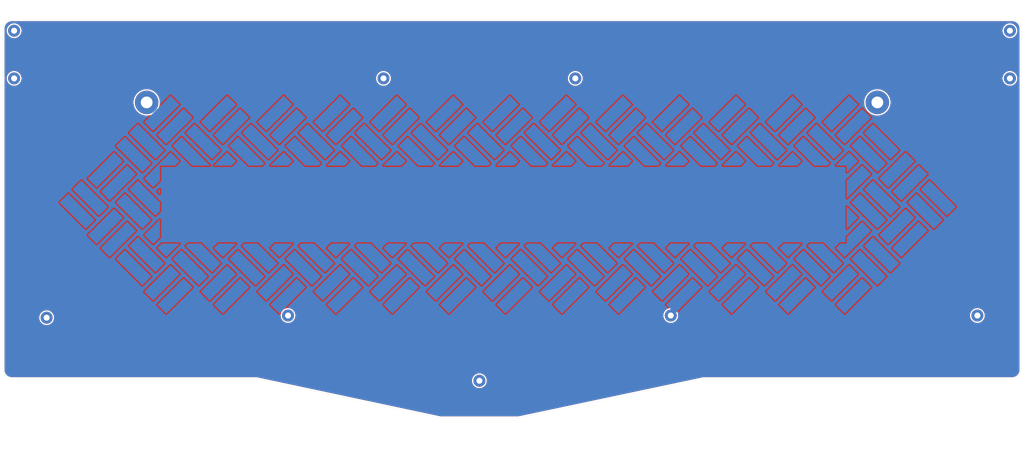
<source format=kicad_pcb>
(kicad_pcb (version 20171130) (host pcbnew 5.1.7-a382d34a8~88~ubuntu20.04.1)
  (layers (0 F.Cu signal) (31 B.Cu signal) (34 B.Paste user) (35 F.Paste user) (36 B.SilkS user) (37 F.SilkS user) (38 B.Mask user) (39 F.Mask user) (44 Edge.Cuts user))
  (net 0 "")
  (module basketweave_bottom:logo_bottom (layer B.Cu) (at 205.58125 140.49375 180)
    (fp_text reference G*** hide)
    (fp_text value LOGO hide)
  )
  (module MountingHole:MountingHole_2.2mm_M2_Pad (layer F.Cu) (at 378.61875 180.975)
    (fp_text reference H9 hide)
    (fp_text value MountingHole)
    (pad 1 thru_hole circle (at 0 0) (size 4.4 4.4) (drill 2.2) (layers *.Cu *.Mask))
  )
  (module MountingHole:MountingHole_2.2mm_M2_Pad (layer F.Cu) (at 27.02125 77.02375)
    (fp_text reference H1 hide)
    (fp_text value MountingHole)
    (pad 1 thru_hole circle (at 0 0) (size 4.4 4.4) (drill 2.2) (layers *.Cu *.Mask))
  )
  (module MountingHole:MountingHole_4.3mm_M4_Pad (layer F.Cu) (at 75.40625 103.1875)
    (fp_text reference REF** hide)
    (fp_text value MountingHole_4.3mm_M4_Pad)
    (pad 1 thru_hole circle (at 0 0) (size 8.6 8.6) (drill 4.3) (layers *.Cu *.Mask))
  )
  (module MountingHole:MountingHole_2.2mm_M2_Pad (layer F.Cu) (at 266.7 180.975)
    (fp_text reference H13 hide)
    (fp_text value MountingHole)
    (pad 1 thru_hole circle (at 0 0) (size 4.4 4.4) (drill 2.2) (layers *.Cu *.Mask))
  )
  (module MountingHole:MountingHole_2.2mm_M2_Pad (layer F.Cu) (at 127 180.975)
    (fp_text reference H11 hide)
    (fp_text value MountingHole)
    (pad 1 thru_hole circle (at 0 0) (size 4.4 4.4) (drill 2.2) (layers *.Cu *.Mask))
  )
  (module MountingHole:MountingHole_2.2mm_M2_Pad (layer F.Cu) (at 27.02125 94.42)
    (fp_text reference H2 hide)
    (fp_text value MountingHole)
    (pad 1 thru_hole circle (at 0 0) (size 4.4 4.4) (drill 2.2) (layers *.Cu *.Mask))
  )
  (module MountingHole:MountingHole_2.2mm_M2_Pad (layer F.Cu) (at 390.49125 77.02375)
    (fp_text reference H3 hide)
    (fp_text value MountingHole)
    (pad 1 thru_hole circle (at 0 0) (size 4.4 4.4) (drill 2.2) (layers *.Cu *.Mask))
  )
  (module MountingHole:MountingHole_2.2mm_M2_Pad (layer F.Cu) (at 196.85 204.7875)
    (fp_text reference H7 hide)
    (fp_text value MountingHole)
    (pad 1 thru_hole circle (at 0 0) (size 4.4 4.4) (drill 2.2) (layers *.Cu *.Mask))
  )
  (module MountingHole:MountingHole_2.2mm_M2_Pad (layer F.Cu) (at 161.845 94.42)
    (fp_text reference H5 hide)
    (fp_text value MountingHole)
    (pad 1 thru_hole circle (at 0 0) (size 4.4 4.4) (drill 2.2) (layers *.Cu *.Mask))
  )
  (module MountingHole:MountingHole_2.2mm_M2_Pad (layer F.Cu) (at 38.89375 181.76875)
    (fp_text reference H8 hide)
    (fp_text value MountingHole)
    (pad 1 thru_hole circle (at 0 0) (size 4.4 4.4) (drill 2.2) (layers *.Cu *.Mask))
  )
  (module MountingHole:MountingHole_2.2mm_M2_Pad (layer F.Cu) (at 231.855 94.42)
    (fp_text reference H6 hide)
    (fp_text value MountingHole)
    (pad 1 thru_hole circle (at 0 0) (size 4.4 4.4) (drill 2.2) (layers *.Cu *.Mask))
  )
  (module MountingHole:MountingHole_2.2mm_M2_Pad (layer F.Cu) (at 390.49125 94.42)
    (fp_text reference H4 hide)
    (fp_text value MountingHole)
    (pad 1 thru_hole circle (at 0 0) (size 4.4 4.4) (drill 2.2) (layers *.Cu *.Mask))
  )
  (module MountingHole:MountingHole_4.3mm_M4_Pad (layer F.Cu) (at 342.10625 103.1875)
    (fp_text reference REF** hide)
    (fp_text value MountingHole_4.3mm_M4_Pad)
    (pad 1 thru_hole circle (at 0 0) (size 8.6 8.6) (drill 4.3) (layers *.Cu *.Mask))
  )
  (gr_poly (pts (xy 79.375 156.36875) (xy 80.9625 154.78125) (xy 87.3125 154.78125) (xy 82.55 159.54375)) (layer B.Cu) (width 0.1))
  (gr_poly (pts (xy 361.15625 131.7625) (xy 370.68125 141.2875) (xy 367.50625 144.4625) (xy 357.98125 134.9375)) (layer B.Cu) (width 0.1))
  (gr_poly (pts (xy 356.39375 136.525) (xy 365.91875 146.05) (xy 362.74375 149.225) (xy 353.21875 139.7)) (layer B.Cu) (width 0.1))
  (gr_poly (pts (xy 339.725 108.74375) (xy 330.2 118.26875) (xy 327.025 115.09375) (xy 336.55 105.56875)) (layer B.Cu) (width 0.1))
  (gr_poly (pts (xy 340.51875 111.125) (xy 350.04375 120.65) (xy 346.86875 123.825) (xy 337.34375 114.3)) (layer B.Cu) (width 0.1))
  (gr_poly (pts (xy 335.75625 115.8875) (xy 345.28125 125.4125) (xy 342.10625 128.5875) (xy 332.58125 119.0625)) (layer B.Cu) (width 0.1))
  (gr_poly (pts (xy 360.3625 129.38125) (xy 350.8375 138.90625) (xy 347.6625 135.73125) (xy 357.1875 126.20625)) (layer B.Cu) (width 0.1))
  (gr_poly (pts (xy 355.6 124.61875) (xy 346.075 134.14375) (xy 342.9 130.96875) (xy 352.425 121.44375)) (layer B.Cu) (width 0.1))
  (gr_poly (pts (xy 334.9625 103.98125) (xy 325.4375 113.50625) (xy 322.2625 110.33125) (xy 331.7875 100.80625)) (layer B.Cu) (width 0.1))
  (gr_poly (pts (xy 319.88125 111.125) (xy 329.40625 120.65) (xy 326.23125 123.825) (xy 316.70625 114.3)) (layer B.Cu) (width 0.1))
  (gr_poly (pts (xy 315.11875 115.8875) (xy 324.64375 125.4125) (xy 323.85 126.20625) (xy 319.0875 126.20625) (xy 311.94375 119.0625)) (layer B.Cu) (width 0.1))
  (gr_poly (pts (xy 340.51875 131.7625) (xy 350.04375 141.2875) (xy 346.86875 144.4625) (xy 337.34375 134.9375)) (layer B.Cu) (width 0.1))
  (gr_poly (pts (xy 339.725 129.38125) (xy 330.99375 138.1125) (xy 330.99375 131.7625) (xy 336.55 126.20625)) (layer B.Cu) (width 0.1))
  (gr_poly (pts (xy 335.75625 136.525) (xy 345.28125 146.05) (xy 342.10625 149.225) (xy 332.58125 139.7)) (layer B.Cu) (width 0.1))
  (gr_poly (pts (xy 334.9625 124.61875) (xy 330.99375 128.5875) (xy 330.99375 126.20625) (xy 327.025 126.20625) (xy 331.7875 121.44375)) (layer B.Cu) (width 0.1))
  (gr_poly (pts (xy 355.6 145.25625) (xy 346.075 154.78125) (xy 342.9 151.60625) (xy 352.425 142.08125)) (layer B.Cu) (width 0.1))
  (gr_poly (pts (xy 360.3625 150.01875) (xy 350.8375 159.54375) (xy 347.6625 156.36875) (xy 357.1875 146.84375)) (layer B.Cu) (width 0.1))
  (gr_poly (pts (xy 319.0875 108.74375) (xy 309.5625 118.26875) (xy 306.3875 115.09375) (xy 315.9125 105.56875)) (layer B.Cu) (width 0.1))
  (gr_poly (pts (xy 314.325 103.98125) (xy 304.8 113.50625) (xy 301.625 110.33125) (xy 311.15 100.80625)) (layer B.Cu) (width 0.1))
  (gr_poly (pts (xy 314.325 124.61875) (xy 312.7375 126.20625) (xy 306.3875 126.20625) (xy 311.15 121.44375)) (layer B.Cu) (width 0.1))
  (gr_poly (pts (xy 339.725 150.01875) (xy 330.2 159.54375) (xy 327.025 156.36875) (xy 328.6125 154.78125) (xy 330.99375 154.78125) (xy 330.99375 152.4) (xy 336.55 146.84375)) (layer B.Cu) (width 0.1))
  (gr_poly (pts (xy 334.9625 145.25625) (xy 330.99375 149.225) (xy 330.99375 145.25625) (xy 330.99375 141.2875)) (layer B.Cu) (width 0.1))
  (gr_poly (pts (xy 314.325 154.78125) (xy 309.5625 159.54375) (xy 306.3875 156.36875) (xy 307.975 154.78125)) (layer B.Cu) (width 0.1))
  (gr_poly (pts (xy 293.6875 154.78125) (xy 288.925 159.54375) (xy 285.75 156.36875) (xy 287.3375 154.78125)) (layer B.Cu) (width 0.1))
  (gr_poly (pts (xy 273.05 154.78125) (xy 268.2875 159.54375) (xy 265.1125 156.36875) (xy 266.7 154.78125)) (layer B.Cu) (width 0.1))
  (gr_poly (pts (xy 252.4125 154.78125) (xy 247.65 159.54375) (xy 244.475 156.36875) (xy 246.0625 154.78125)) (layer B.Cu) (width 0.1))
  (gr_poly (pts (xy 231.775 154.78125) (xy 227.0125 159.54375) (xy 223.8375 156.36875) (xy 225.425 154.78125)) (layer B.Cu) (width 0.1))
  (gr_poly (pts (xy 211.1375 154.78125) (xy 206.375 159.54375) (xy 203.2 156.36875) (xy 204.7875 154.78125)) (layer B.Cu) (width 0.1))
  (gr_poly (pts (xy 190.5 154.78125) (xy 185.7375 159.54375) (xy 182.5625 156.36875) (xy 184.15 154.78125)) (layer B.Cu) (width 0.1))
  (gr_poly (pts (xy 169.8625 154.78125) (xy 165.1 159.54375) (xy 161.925 156.36875) (xy 163.5125 154.78125)) (layer B.Cu) (width 0.1))
  (gr_poly (pts (xy 149.225 154.78125) (xy 144.4625 159.54375) (xy 141.2875 156.36875) (xy 142.875 154.78125)) (layer B.Cu) (width 0.1))
  (gr_poly (pts (xy 128.5875 154.78125) (xy 123.825 159.54375) (xy 120.65 156.36875) (xy 122.2375 154.78125)) (layer B.Cu) (width 0.1))
  (gr_poly (pts (xy 314.325 165.89375) (xy 304.8 175.41875) (xy 301.625 172.24375) (xy 311.15 162.71875)) (layer B.Cu) (width 0.1))
  (gr_poly (pts (xy 319.0875 170.65625) (xy 309.5625 180.18125) (xy 306.3875 177.00625) (xy 315.9125 167.48125)) (layer B.Cu) (width 0.1))
  (gr_poly (pts (xy 298.45 170.65625) (xy 288.925 180.18125) (xy 285.75 177.00625) (xy 295.275 167.48125)) (layer B.Cu) (width 0.1))
  (gr_poly (pts (xy 276.225 154.78125) (xy 280.9875 154.78125) (xy 288.13125 161.925) (xy 284.95625 165.1) (xy 275.43125 155.575)) (layer B.Cu) (width 0.1))
  (gr_poly (pts (xy 273.84375 157.1625) (xy 283.36875 166.6875) (xy 280.19375 169.8625) (xy 270.66875 160.3375)) (layer B.Cu) (width 0.1))
  (gr_poly (pts (xy 293.6875 165.89375) (xy 284.1625 175.41875) (xy 280.9875 172.24375) (xy 290.5125 162.71875)) (layer B.Cu) (width 0.1))
  (gr_poly (pts (xy 296.8625 154.78125) (xy 301.625 154.78125) (xy 308.76875 161.925) (xy 305.59375 165.1) (xy 296.06875 155.575)) (layer B.Cu) (width 0.1))
  (gr_poly (pts (xy 294.48125 157.1625) (xy 304.00625 166.6875) (xy 300.83125 169.8625) (xy 291.30625 160.3375)) (layer B.Cu) (width 0.1))
  (gr_poly (pts (xy 317.5 154.78125) (xy 322.2625 154.78125) (xy 329.40625 161.925) (xy 326.23125 165.1) (xy 316.70625 155.575)) (layer B.Cu) (width 0.1))
  (gr_poly (pts (xy 339.725 170.65625) (xy 330.2 180.18125) (xy 327.025 177.00625) (xy 336.55 167.48125)) (layer B.Cu) (width 0.1))
  (gr_poly (pts (xy 315.11875 157.1625) (xy 324.64375 166.6875) (xy 321.46875 169.8625) (xy 311.94375 160.3375)) (layer B.Cu) (width 0.1))
  (gr_poly (pts (xy 334.9625 165.89375) (xy 325.4375 175.41875) (xy 322.2625 172.24375) (xy 331.7875 162.71875)) (layer B.Cu) (width 0.1))
  (gr_poly (pts (xy 340.51875 152.4) (xy 350.04375 161.925) (xy 346.86875 165.1) (xy 337.34375 155.575)) (layer B.Cu) (width 0.1))
  (gr_poly (pts (xy 335.75625 157.1625) (xy 345.28125 166.6875) (xy 342.10625 169.8625) (xy 332.58125 160.3375)) (layer B.Cu) (width 0.1))
  (gr_poly (pts (xy 231.774999 165.89375) (xy 222.25 175.41875) (xy 219.075 172.24375) (xy 228.599999 162.71875)) (layer B.Cu) (width 0.1))
  (gr_poly (pts (xy 236.5375 170.656251) (xy 227.0125 180.18125) (xy 223.8375 177.00625) (xy 233.362499 167.48125)) (layer B.Cu) (width 0.1))
  (gr_poly (pts (xy 215.9 170.65625) (xy 206.375 180.18125) (xy 203.2 177.00625) (xy 212.725 167.48125)) (layer B.Cu) (width 0.1))
  (gr_poly (pts (xy 193.675 154.78125) (xy 198.4375 154.78125) (xy 205.58125 161.925) (xy 202.40625 165.1) (xy 192.88125 155.575)) (layer B.Cu) (width 0.1))
  (gr_poly (pts (xy 191.29375 157.1625) (xy 200.81875 166.6875) (xy 197.64375 169.8625) (xy 188.11875 160.3375)) (layer B.Cu) (width 0.1))
  (gr_poly (pts (xy 211.1375 165.89375) (xy 201.6125 175.41875) (xy 198.4375 172.24375) (xy 207.9625 162.71875)) (layer B.Cu) (width 0.1))
  (gr_poly (pts (xy 214.3125 154.78125) (xy 219.075 154.78125) (xy 226.218749 161.925) (xy 223.04375 165.1) (xy 213.51875 155.575)) (layer B.Cu) (width 0.1))
  (gr_poly (pts (xy 211.93125 157.1625) (xy 221.45625 166.6875) (xy 218.28125 169.8625) (xy 208.75625 160.3375)) (layer B.Cu) (width 0.1))
  (gr_poly (pts (xy 234.95 154.78125) (xy 239.7125 154.78125) (xy 246.856251 161.925) (xy 243.68125 165.100001) (xy 234.156249 155.575)) (layer B.Cu) (width 0.1))
  (gr_poly (pts (xy 257.175 170.65625) (xy 247.65 180.18125) (xy 244.475 177.00625) (xy 254.000001 167.48125)) (layer B.Cu) (width 0.1))
  (gr_poly (pts (xy 232.568749 157.1625) (xy 242.09375 166.687501) (xy 238.91875 169.862501) (xy 229.393749 160.3375)) (layer B.Cu) (width 0.1))
  (gr_poly (pts (xy 252.412501 165.89375) (xy 242.8875 175.418751) (xy 239.7125 172.243751) (xy 249.237501 162.71875)) (layer B.Cu) (width 0.1))
  (gr_poly (pts (xy 273.05 165.89375) (xy 263.525 175.41875) (xy 260.35 172.24375) (xy 269.875 162.71875)) (layer B.Cu) (width 0.1))
  (gr_poly (pts (xy 277.8125 170.65625) (xy 268.2875 180.18125) (xy 265.1125 177.00625) (xy 274.6375 167.48125)) (layer B.Cu) (width 0.1))
  (gr_poly (pts (xy 255.5875 154.78125) (xy 260.35 154.78125) (xy 267.49375 161.925) (xy 264.31875 165.1) (xy 254.793751 155.575)) (layer B.Cu) (width 0.1))
  (gr_poly (pts (xy 253.206251 157.1625) (xy 262.73125 166.6875) (xy 259.55625 169.8625) (xy 250.031251 160.3375)) (layer B.Cu) (width 0.1))
  (gr_poly (pts (xy 149.225 165.89375) (xy 139.7 175.41875) (xy 136.525 172.24375) (xy 146.05 162.71875)) (layer B.Cu) (width 0.1))
  (gr_poly (pts (xy 153.9875 170.65625) (xy 144.4625 180.18125) (xy 141.2875 177.00625) (xy 150.8125 167.48125)) (layer B.Cu) (width 0.1))
  (gr_poly (pts (xy 133.35 170.65625) (xy 123.825 180.18125) (xy 120.65 177.00625) (xy 130.175 167.48125)) (layer B.Cu) (width 0.1))
  (gr_poly (pts (xy 111.125 154.78125) (xy 115.8875 154.78125) (xy 123.03125 161.925) (xy 119.85625 165.1) (xy 110.33125 155.575)) (layer B.Cu) (width 0.1))
  (gr_poly (pts (xy 108.74375 157.1625) (xy 118.26875 166.6875) (xy 115.09375 169.8625) (xy 105.56875 160.3375)) (layer B.Cu) (width 0.1))
  (gr_poly (pts (xy 128.5875 165.89375) (xy 119.0625 175.41875) (xy 115.8875 172.24375) (xy 125.4125 162.71875)) (layer B.Cu) (width 0.1))
  (gr_poly (pts (xy 131.7625 154.78125) (xy 136.525 154.78125) (xy 143.66875 161.925) (xy 140.49375 165.1) (xy 130.96875 155.575)) (layer B.Cu) (width 0.1))
  (gr_poly (pts (xy 129.38125 157.1625) (xy 138.90625 166.6875) (xy 135.73125 169.8625) (xy 126.20625 160.3375)) (layer B.Cu) (width 0.1))
  (gr_poly (pts (xy 152.4 154.78125) (xy 157.1625 154.78125) (xy 159.54375 157.1625) (xy 164.30625 161.925) (xy 161.13125 165.1) (xy 151.60625 155.575)) (layer B.Cu) (width 0.1))
  (gr_poly (pts (xy 174.625 170.65625) (xy 165.1 180.18125) (xy 161.925 177.00625) (xy 171.45 167.48125)) (layer B.Cu) (width 0.1))
  (gr_poly (pts (xy 150.01875 157.1625) (xy 159.54375 166.6875) (xy 156.36875 169.8625) (xy 146.84375 160.3375)) (layer B.Cu) (width 0.1))
  (gr_poly (pts (xy 169.8625 165.89375) (xy 160.3375 175.41875) (xy 157.1625 172.24375) (xy 166.6875 162.71875)) (layer B.Cu) (width 0.1))
  (gr_poly (pts (xy 190.5 165.89375) (xy 180.975 175.41875) (xy 177.8 172.24375) (xy 187.325 162.71875)) (layer B.Cu) (width 0.1))
  (gr_poly (pts (xy 195.2625 170.65625) (xy 185.7375 180.18125) (xy 182.5625 177.00625) (xy 192.0875 167.48125)) (layer B.Cu) (width 0.1))
  (gr_poly (pts (xy 173.0375 154.78125) (xy 177.8 154.78125) (xy 184.94375 161.925) (xy 181.76875 165.1) (xy 172.24375 155.575)) (layer B.Cu) (width 0.1))
  (gr_poly (pts (xy 170.65625 157.1625) (xy 180.18125 166.6875) (xy 177.00625 169.8625) (xy 167.48125 160.3375)) (layer B.Cu) (width 0.1))
  (gr_poly (pts (xy 231.774999 124.61875) (xy 230.981249 125.4125) (xy 230.1875 126.20625) (xy 223.8375 126.20625) (xy 228.599999 121.44375)) (layer B.Cu) (width 0.1))
  (gr_poly (pts (xy 236.5375 108.743749) (xy 227.012499 118.26875) (xy 223.8375 115.09375) (xy 233.3625 105.568749)) (layer B.Cu) (width 0.1))
  (gr_poly (pts (xy 211.1375 103.98125) (xy 201.6125 113.50625) (xy 198.4375 110.33125) (xy 207.9625 100.80625)) (layer B.Cu) (width 0.1))
  (gr_poly (pts (xy 231.775 103.981249) (xy 222.25 113.50625) (xy 219.075 110.33125) (xy 228.6 100.80625)) (layer B.Cu) (width 0.1))
  (gr_poly (pts (xy 215.9 108.74375) (xy 206.375 118.26875) (xy 203.2 115.09375) (xy 212.725 105.56875)) (layer B.Cu) (width 0.1))
  (gr_poly (pts (xy 196.05625 111.125) (xy 205.58125 120.65) (xy 202.40625 123.825) (xy 192.88125 114.3)) (layer B.Cu) (width 0.1))
  (gr_poly (pts (xy 191.29375 115.8875) (xy 200.81875 125.4125) (xy 200.025 126.20625) (xy 195.2625 126.20625) (xy 188.11875 119.0625)) (layer B.Cu) (width 0.1))
  (gr_poly (pts (xy 211.1375 124.61875) (xy 209.55 126.20625) (xy 203.2 126.20625) (xy 207.9625 121.44375)) (layer B.Cu) (width 0.1))
  (gr_poly (pts (xy 299.24375 111.125) (xy 308.76875 120.65) (xy 305.59375 123.825) (xy 296.06875 114.3)) (layer B.Cu) (width 0.1))
  (gr_poly (pts (xy 294.48125 115.8875) (xy 304.00625 125.4125) (xy 303.2125 126.20625) (xy 298.45 126.20625) (xy 291.30625 119.0625)) (layer B.Cu) (width 0.1))
  (gr_poly (pts (xy 216.69375 111.125) (xy 226.218749 120.65) (xy 223.04375 123.825) (xy 213.51875 114.3)) (layer B.Cu) (width 0.1))
  (gr_poly (pts (xy 211.93125 115.8875) (xy 221.45625 125.4125) (xy 220.6625 126.20625) (xy 215.9 126.20625) (xy 208.75625 119.0625)) (layer B.Cu) (width 0.1))
  (gr_poly (pts (xy 237.33125 111.124999) (xy 246.856251 120.65) (xy 243.68125 123.825001) (xy 234.156249 114.3)) (layer B.Cu) (width 0.1))
  (gr_poly (pts (xy 277.8125 108.74375) (xy 268.2875 118.26875) (xy 265.1125 115.09375) (xy 274.6375 105.56875)) (layer B.Cu) (width 0.1))
  (gr_poly (pts (xy 293.6875 103.98125) (xy 284.1625 113.50625) (xy 280.9875 110.33125) (xy 290.5125 100.80625)) (layer B.Cu) (width 0.1))
  (gr_poly (pts (xy 232.568749 115.8875) (xy 242.09375 125.412501) (xy 241.3 126.20625) (xy 236.5375 126.206251) (xy 229.393749 119.0625)) (layer B.Cu) (width 0.1))
  (gr_poly (pts (xy 252.412501 124.61875) (xy 250.825 126.20625) (xy 244.475 126.20625) (xy 249.237501 121.44375)) (layer B.Cu) (width 0.1))
  (gr_poly (pts (xy 252.4125 103.981249) (xy 242.8875 113.506249) (xy 239.7125 110.331249) (xy 249.2375 100.80625)) (layer B.Cu) (width 0.1))
  (gr_poly (pts (xy 273.05 103.98125) (xy 263.525 113.50625) (xy 260.35 110.33125) (xy 269.875 100.80625)) (layer B.Cu) (width 0.1))
  (gr_poly (pts (xy 273.84375 115.8875) (xy 283.36875 125.4125) (xy 282.575 126.20625) (xy 277.8125 126.20625) (xy 270.66875 119.0625)) (layer B.Cu) (width 0.1))
  (gr_poly (pts (xy 278.60625 111.125) (xy 288.13125 120.65) (xy 284.95625 123.825) (xy 275.43125 114.3)) (layer B.Cu) (width 0.1))
  (gr_poly (pts (xy 257.175 108.74375) (xy 247.650001 118.26875) (xy 244.475 115.093749) (xy 254 105.568749)) (layer B.Cu) (width 0.1))
  (gr_poly (pts (xy 298.45 108.74375) (xy 288.925 118.26875) (xy 285.75 115.09375) (xy 295.275 105.56875)) (layer B.Cu) (width 0.1))
  (gr_poly (pts (xy 273.05 124.61875) (xy 271.4625 126.20625) (xy 265.1125 126.20625) (xy 269.875 121.44375)) (layer B.Cu) (width 0.1))
  (gr_poly (pts (xy 293.6875 124.61875) (xy 292.1 126.20625) (xy 285.75 126.20625) (xy 290.5125 121.44375)) (layer B.Cu) (width 0.1))
  (gr_poly (pts (xy 257.96875 111.125) (xy 267.49375 120.65) (xy 264.31875 123.825) (xy 254.793751 114.3)) (layer B.Cu) (width 0.1))
  (gr_poly (pts (xy 253.206251 115.8875) (xy 262.73125 125.4125) (xy 261.9375 126.20625) (xy 257.175001 126.20625) (xy 250.031251 119.0625)) (layer B.Cu) (width 0.1))
  (gr_poly (pts (xy 107.95 165.89375) (xy 98.425 175.41875) (xy 95.25 172.24375) (xy 104.775 162.71875)) (layer B.Cu) (width 0.1))
  (gr_poly (pts (xy 112.7125 170.65625) (xy 103.1875 180.18125) (xy 100.0125 177.00625) (xy 109.5375 167.48125)) (layer B.Cu) (width 0.1))
  (gr_poly (pts (xy 107.95 154.78125) (xy 103.1875 159.54375) (xy 100.0125 156.36875) (xy 101.6 154.78125)) (layer B.Cu) (width 0.1))
  (gr_poly (pts (xy 74.6125 151.60625) (xy 80.16875 146.05) (xy 80.16875 148.43125) (xy 80.16875 152.4) (xy 77.7875 154.78125)) (layer B.Cu) (width 0.1))
  (gr_poly (pts (xy 79.375 177.00625) (xy 88.9 167.48125) (xy 92.075 170.65625) (xy 82.55 180.18125)) (layer B.Cu) (width 0.1))
  (gr_poly (pts (xy 74.6125 172.24375) (xy 84.1375 162.71875) (xy 87.3125 165.89375) (xy 77.7875 175.41875)) (layer B.Cu) (width 0.1))
  (gr_poly (pts (xy 94.45625 169.8625) (xy 84.93125 160.3375) (xy 88.10625 157.1625) (xy 97.63125 166.6875)) (layer B.Cu) (width 0.1))
  (gr_poly (pts (xy 99.21875 165.1) (xy 89.69375 155.575) (xy 90.4875 154.78125) (xy 95.25 154.78125) (xy 102.39375 161.925)) (layer B.Cu) (width 0.1))
  (gr_poly (pts (xy 73.81875 169.8625) (xy 64.293751 160.3375) (xy 67.46875 157.1625) (xy 76.99375 166.6875)) (layer B.Cu) (width 0.1))
  (gr_poly (pts (xy 78.58125 165.1) (xy 69.05625 155.575) (xy 72.23125 152.4) (xy 81.75625 161.925)) (layer B.Cu) (width 0.1))
  (gr_poly (pts (xy 71.4375 150.01875) (xy 61.9125 159.54375) (xy 58.7375 156.36875) (xy 68.2625 146.84375)) (layer B.Cu) (width 0.1))
  (gr_poly (pts (xy 66.675 124.61875) (xy 57.15 134.14375) (xy 53.975 130.96875) (xy 63.5 121.44375)) (layer B.Cu) (width 0.1))
  (gr_poly (pts (xy 71.4375 129.38125) (xy 61.9125 138.90625) (xy 58.7375 135.73125) (xy 68.2625 126.20625)) (layer B.Cu) (width 0.1))
  (gr_poly (pts (xy 51.59375 131.7625) (xy 61.11875 141.2875) (xy 57.94375 144.4625) (xy 48.41875 134.9375)) (layer B.Cu) (width 0.1))
  (gr_poly (pts (xy 46.83125 136.525) (xy 56.35625 146.05) (xy 53.18125 149.225) (xy 43.65625 139.7)) (layer B.Cu) (width 0.1))
  (gr_poly (pts (xy 66.675 145.25625) (xy 57.15 154.78125) (xy 53.975 151.60625) (xy 63.5 142.08125)) (layer B.Cu) (width 0.1))
  (gr_poly (pts (xy 72.23125 131.7625) (xy 80.16875 139.7) (xy 80.16875 142.875) (xy 78.58125 144.4625) (xy 69.05625 134.9375)) (layer B.Cu) (width 0.1))
  (gr_poly (pts (xy 67.46875 136.525) (xy 76.99375 146.05) (xy 73.81875 149.225) (xy 64.29375 139.7)) (layer B.Cu) (width 0.1))
  (gr_poly (pts (xy 154.78125 111.125) (xy 164.30625 120.65) (xy 161.13125 123.825) (xy 151.60625 114.3)) (layer B.Cu) (width 0.1))
  (gr_poly (pts (xy 195.2625 108.74375) (xy 185.7375 118.26875) (xy 182.5625 115.09375) (xy 192.0875 105.56875)) (layer B.Cu) (width 0.1))
  (gr_poly (pts (xy 150.01875 115.8875) (xy 159.54375 125.4125) (xy 158.75 126.20625) (xy 153.9875 126.20625) (xy 146.84375 119.0625)) (layer B.Cu) (width 0.1))
  (gr_poly (pts (xy 169.8625 124.61875) (xy 168.275 126.20625) (xy 161.925 126.20625) (xy 166.6875 121.44375)) (layer B.Cu) (width 0.1))
  (gr_poly (pts (xy 169.8625 103.98125) (xy 160.3375 113.50625) (xy 157.1625 110.33125) (xy 166.6875 100.80625)) (layer B.Cu) (width 0.1))
  (gr_poly (pts (xy 190.5 103.98125) (xy 180.975 113.50625) (xy 177.8 110.33125) (xy 187.325 100.80625)) (layer B.Cu) (width 0.1))
  (gr_poly (pts (xy 174.625 108.74375) (xy 165.1 118.26875) (xy 161.925 115.09375) (xy 171.45 105.56875)) (layer B.Cu) (width 0.1))
  (gr_poly (pts (xy 190.5 124.61875) (xy 188.9125 126.20625) (xy 182.5625 126.20625) (xy 187.325 121.44375)) (layer B.Cu) (width 0.1))
  (gr_poly (pts (xy 175.41875 111.125) (xy 184.94375 120.65) (xy 181.76875 123.825) (xy 172.24375 114.3)) (layer B.Cu) (width 0.1))
  (gr_poly (pts (xy 170.65625 115.8875) (xy 180.18125 125.4125) (xy 179.3875 126.20625) (xy 174.625 126.20625) (xy 167.48125 119.0625)) (layer B.Cu) (width 0.1))
  (gr_poly (pts (xy 113.50625 111.125) (xy 123.03125 120.65) (xy 119.85625 123.825) (xy 110.33125 114.3)) (layer B.Cu) (width 0.1))
  (gr_poly (pts (xy 153.9875 108.74375) (xy 144.4625 118.26875) (xy 141.2875 115.09375) (xy 150.8125 105.56875)) (layer B.Cu) (width 0.1))
  (gr_poly (pts (xy 108.74375 115.8875) (xy 118.26875 125.4125) (xy 117.475 126.20625) (xy 112.7125 126.20625) (xy 105.56875 119.0625)) (layer B.Cu) (width 0.1))
  (gr_poly (pts (xy 128.5875 124.61875) (xy 127 126.20625) (xy 120.65 126.20625) (xy 125.4125 121.44375)) (layer B.Cu) (width 0.1))
  (gr_poly (pts (xy 128.5875 103.98125) (xy 119.0625 113.50625) (xy 115.8875 110.33125) (xy 125.4125 100.80625)) (layer B.Cu) (width 0.1))
  (gr_poly (pts (xy 149.225 103.98125) (xy 139.7 113.50625) (xy 136.525 110.33125) (xy 146.05 100.80625)) (layer B.Cu) (width 0.1))
  (gr_poly (pts (xy 133.35 108.74375) (xy 123.825 118.26875) (xy 120.65 115.09375) (xy 130.175 105.56875)) (layer B.Cu) (width 0.1))
  (gr_poly (pts (xy 149.225 124.61875) (xy 147.6375 126.20625) (xy 141.2875 126.20625) (xy 146.05 121.44375)) (layer B.Cu) (width 0.1))
  (gr_poly (pts (xy 134.14375 111.125) (xy 143.66875 120.65) (xy 140.49375 123.825) (xy 130.96875 114.3)) (layer B.Cu) (width 0.1))
  (gr_poly (pts (xy 129.38125 115.8875) (xy 138.90625 125.4125) (xy 138.1125 126.20625) (xy 133.35 126.20625) (xy 126.20625 119.0625)) (layer B.Cu) (width 0.1))
  (gr_poly (pts (xy 72.23125 111.125) (xy 81.75625 120.65) (xy 78.58125 123.825) (xy 69.05625 114.3)) (layer B.Cu) (width 0.1))
  (gr_poly (pts (xy 112.7125 108.74375) (xy 103.1875 118.26875) (xy 100.0125 115.09375) (xy 109.5375 105.56875)) (layer B.Cu) (width 0.1))
  (gr_poly (pts (xy 80.16875 135.73125) (xy 80.16875 136.525) (xy 79.375 135.73125) (xy 80.16875 134.9375)) (layer B.Cu) (width 0.1))
  (gr_poly (pts (xy 67.46875 115.8875) (xy 76.99375 125.4125) (xy 73.81875 128.5875) (xy 64.29375 119.0625)) (layer B.Cu) (width 0.1))
  (gr_poly (pts (xy 87.3125 124.61875) (xy 85.725 126.20625) (xy 80.16875 126.20625) (xy 80.16875 131.7625) (xy 77.7875 134.14375) (xy 74.6125 130.96875) (xy 84.1375 121.44375)) (layer B.Cu) (width 0.1))
  (gr_poly (pts (xy 87.3125 103.98125) (xy 77.7875 113.50625) (xy 74.6125 110.33125) (xy 84.1375 100.80625)) (layer B.Cu) (width 0.1))
  (gr_poly (pts (xy 107.95 103.98125) (xy 98.425 113.50625) (xy 95.25 110.33125) (xy 104.775 100.80625)) (layer B.Cu) (width 0.1))
  (gr_poly (pts (xy 92.075 108.74375) (xy 82.55 118.26875) (xy 79.375 115.09375) (xy 88.9 105.56875)) (layer B.Cu) (width 0.1))
  (gr_poly (pts (xy 107.95 124.61875) (xy 106.3625 126.20625) (xy 100.0125 126.20625) (xy 104.775 121.44375)) (layer B.Cu) (width 0.1))
  (gr_poly (pts (xy 92.86875 111.125) (xy 102.39375 120.65) (xy 99.21875 123.825) (xy 89.69375 114.3)) (layer B.Cu) (width 0.1))
  (gr_poly (pts (xy 88.10625 115.8875) (xy 98.425 126.20625) (xy 92.075 126.20625) (xy 84.93125 119.0625)) (layer B.Cu) (width 0.1))
  (gr_arc (start 391.31875 200.81875) (end 391.31875 203.99375) (angle -90) (layer Edge.Cuts) (width 0.05))
  (gr_line (start 26.19375 203.99375) (end 115.443 203.99375) (layer Edge.Cuts) (width 0.05))
  (gr_arc (start 391.31875 76.2) (end 394.49375 76.2) (angle -90) (layer Edge.Cuts) (width 0.05))
  (gr_line (start 391.31875 203.99375) (end 278.60625 203.99375) (layer Edge.Cuts) (width 0.05))
  (gr_line (start 278.60625 203.99375) (end 211.1375 218.28125) (layer Edge.Cuts) (width 0.05))
  (gr_line (start 182.5625 218.28125) (end 211.1375 218.28125) (layer Edge.Cuts) (width 0.05))
  (gr_line (start 115.443 203.99375) (end 182.5625 218.28125) (layer Edge.Cuts) (width 0.05))
  (gr_arc (start 26.19375 76.2) (end 26.19375 73.025) (angle -90) (layer Edge.Cuts) (width 0.05))
  (gr_line (start 26.19375 73.025) (end 391.31875 73.025) (layer Edge.Cuts) (width 0.05))
  (gr_line (start 23.01875 76.2) (end 23.01875 200.81875) (layer Edge.Cuts) (width 0.05))
  (gr_line (start 394.49375 76.2) (end 394.49375 200.81875) (layer Edge.Cuts) (width 0.05))
  (gr_arc (start 26.19375 200.81875) (end 23.01875 200.81875) (angle -90) (layer Edge.Cuts) (width 0.05))
  (zone (net 0) (net_name "") (layer B.Cu) (connect_pads (clearance 0.508)) (min_thickness 0.254) (fill yes (arc_segments 32) (thermal_gap 0.508) (thermal_bridge_width 0.508))
    (polygon (pts (xy 394.49375 203.99375) (xy 278.60625 203.99375) (xy 211.1375 218.28125) (xy 182.5625 218.28125) (xy 115.443 203.99375) (xy 23.01875 203.99375) (xy 23.01875 73.025) (xy 394.49375 73.025)))
  )
  (zone (net 0) (net_name "") (layer F.Cu) (connect_pads (clearance 0.508)) (min_thickness 0.254) (fill yes (arc_segments 32) (thermal_gap 0.508) (thermal_bridge_width 0.508))
    (polygon (pts (xy 394.49375 203.99375) (xy 278.60625 203.99375) (xy 211.1375 218.28125) (xy 182.5625 218.28125) (xy 115.09375 203.99375) (xy 23.01875 203.99375) (xy 23.01875 73.025) (xy 394.49375 73.025)))
  )
)
</source>
